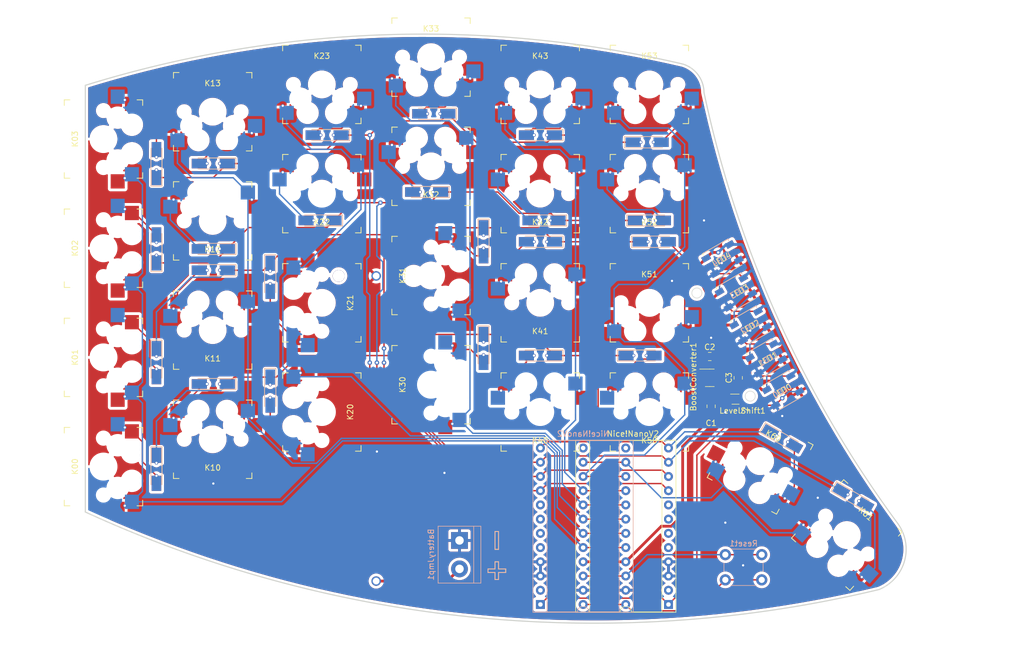
<source format=kicad_pcb>
(kicad_pcb (version 20211014) (generator pcbnew)
  (layers (0 "F.Cu" signal) (31 "B.Cu" signal) (34 "B.Paste" user) (35 "F.Paste" user) (36 "B.SilkS" user "B.Silkscreen") (37 "F.SilkS" user "F.Silkscreen") (38 "B.Mask" user) (39 "F.Mask" user) (44 "Edge.Cuts" user))
  (net 0 "")
  (net 1 "Net-(BoostConverter1-Pad1)")
  (net 2 "GND")
  (net 3 "/Peripheral 3.3V Supply")
  (net 4 "Net-(BoostConverter1-Pad4)")
  (net 5 "Net-(BoostConverter1-Pad6)")
  (net 6 "/LED 5V Supply")
  (net 7 "Row0")
  (net 8 "Net-(D00-Pad2)")
  (net 9 "Row1")
  (net 10 "Net-(D01-Pad2)")
  (net 11 "Row2")
  (net 12 "Net-(D02-Pad2)")
  (net 13 "Row3")
  (net 14 "Net-(D03-Pad2)")
  (net 15 "Net-(D10-Pad2)")
  (net 16 "Net-(D11-Pad2)")
  (net 17 "Net-(D12-Pad2)")
  (net 18 "Net-(D13-Pad2)")
  (net 19 "Net-(D20-Pad2)")
  (net 20 "Net-(D21-Pad2)")
  (net 21 "Net-(D22-Pad2)")
  (net 22 "Net-(D23-Pad2)")
  (net 23 "Net-(D30-Pad2)")
  (net 24 "Net-(D31-Pad2)")
  (net 25 "Net-(D32-Pad2)")
  (net 26 "Net-(D33-Pad2)")
  (net 27 "Net-(D40-Pad2)")
  (net 28 "Net-(D41-Pad2)")
  (net 29 "Net-(D42-Pad2)")
  (net 30 "Net-(D43-Pad2)")
  (net 31 "Net-(D50-Pad2)")
  (net 32 "Net-(D51-Pad2)")
  (net 33 "Net-(D52-Pad2)")
  (net 34 "Net-(D53-Pad2)")
  (net 35 "Net-(D60-Pad2)")
  (net 36 "Net-(D61-Pad2)")
  (net 37 "Col0")
  (net 38 "Col1")
  (net 39 "Col2")
  (net 40 "Col3")
  (net 41 "Col4")
  (net 42 "Col5")
  (net 43 "Col6")
  (net 44 "Net-(LED0-Pad2)")
  (net 45 "Net-(LED0-Pad4)")
  (net 46 "Net-(LED1-Pad4)")
  (net 47 "Net-(LED2-Pad4)")
  (net 48 "Net-(LED3-Pad4)")
  (net 50 "LED Control")
  (net 57 "Net-(Nice!NanoV2-Pad22)")
  (net 58 "Net-(BoostConverter1-Pad5)")
  (net 59 "Bat+")
  (net 60 "Net-(Battery1-Pad1)")
  (footprint "SVastaCustomParts:Kailh_socket_reversible" (layer "F.Cu") (at 145.56 84.765 -90)
    (fp_text reference "K31")
    (fp_text value "Key")
  )
  (footprint "SVastaCustomParts:D_MiniMELF_Handsoldering_Shorter_Pads_DoubleSided" (layer "F.Cu") (at 116.84 105.41 -90)
    (fp_text reference "D20" hide)
    (fp_text value "D" hide)
  )
  (footprint "SVastaCustomParts:Kailh_socket_reversible" (layer "F.Cu") (at 87.06 99.39 -90)
    (fp_text reference "K01")
    (fp_text value "Key")
  )
  (footprint "SVastaCustomParts:Kailh_socket_reversible" (layer "F.Cu") (at 87.06 60.39 -90)
    (fp_text reference "K03")
    (fp_text value "Key")
  )
  (footprint "SVastaCustomParts:Kailh_socket_reversible" (layer "F.Cu") (at 165.06 70.14)
    (fp_text reference "K42")
    (fp_text value "Key")
  )
  (footprint "LED_SMD:LED_Inolux_IN-PI554FCH_PLCC4_5.0x5.0mm_P3.2mm" (layer "F.Cu") (at 202.618013 93.769673 30)
    (fp_text reference "LED2")
    (fp_text value "IN-PI55QATPRPGPBPW-30")
  )
  (footprint "SVastaCustomParts:Kailh_socket_reversible" (layer "F.Cu") (at 106.56 94.515)
    (fp_text reference "K11")
    (fp_text value "Key")
  )
  (footprint "SVastaCustomParts:D_MiniMELF_Handsoldering_Shorter_Pads_DoubleSided" (layer "F.Cu") (at 144.78 69.85 180)
    (fp_text reference "D32" hide)
    (fp_text value "D" hide)
  )
  (footprint "SVastaCustomParts:Kailh_socket_reversible" (layer "F.Cu") (at 87.06 118.89 -90)
    (fp_text reference "K00")
    (fp_text value "Key")
  )
  (footprint "SVastaCustomParts:Kailh_socket_reversible" (layer "F.Cu") (at 204.337679 117.9258 152.19)
    (fp_text reference "K60")
    (fp_text value "Key")
  )
  (footprint "SVastaCustomParts:Kailh_socket_reversible" (layer "F.Cu") (at 145.56 65.265)
    (fp_text reference "K32")
    (fp_text value "Key")
  )
  (footprint "SVastaCustomParts:Kailh_socket_reversible" (layer "F.Cu") (at 106.56 114.015)
    (fp_text reference "K10")
    (fp_text value "Key")
  )
  (footprint "SVastaCustomParts:Kailh_socket_reversible" (layer "F.Cu") (at 165.06 50.64 180)
    (fp_text reference "K43")
    (fp_text value "Key")
  )
  (footprint "LED_SMD:LED_Inolux_IN-PI554FCH_PLCC4_5.0x5.0mm_P3.2mm" (layer "F.Cu") (at 200.010875 87.843094 30)
    (fp_text reference "LED3")
    (fp_text value "IN-PI55QATPRPGPBPW-30")
  )
  (footprint "SVastaCustomParts:D_MiniMELF_Handsoldering_Shorter_Pads_DoubleSided" (layer "F.Cu") (at 106.68 104.14 180)
    (fp_text reference "D10" hide)
    (fp_text value "D" hide)
  )
  (footprint "SVastaCustomParts:D_MiniMELF_Handsoldering_Shorter_Pads_DoubleSided" (layer "F.Cu") (at 106.68 83.82 180)
    (fp_text reference "D11" hide)
    (fp_text value "D" hide)
  )
  (footprint "SVastaCustomParts:D_MiniMELF_Handsoldering_Shorter_Pads_DoubleSided" (layer "F.Cu") (at 96.52 64.77 90)
    (fp_text reference "D03" hide)
    (fp_text value "D" hide)
  )
  (footprint "SVastaCustomParts:Kailh_socket_reversible" (layer "F.Cu") (at 126.06 89.64 90)
    (fp_text reference "K21")
    (fp_text value "Key")
  )
  (footprint "SVastaCustomParts:D_MiniMELF_Handsoldering_Shorter_Pads_DoubleSided" (layer "F.Cu") (at 165.1 99.06 180)
    (fp_text reference "D40" hide)
    (fp_text value "D" hide)
  )
  (footprint "SVastaCustomParts:Kailh_socket_reversible" (layer "F.Cu") (at 184.56 109.14)
    (fp_text reference "K50")
    (fp_text value "Key")
  )
  (footprint "SVastaCustomParts:Kailh_socket_reversible" (layer "F.Cu") (at 145.56 45.765 180)
    (fp_text reference "K33")
    (fp_text value "Key")
  )
  (footprint "SVastaCustomParts:D_MiniMELF_Handsoldering_Shorter_Pads_DoubleSided" (layer "F.Cu") (at 106.68 64.77 180)
    (fp_text reference "D13" hide)
    (fp_text value "D" hide)
  )
  (footprint "SVastaCustomParts:Kailh_socket_reversible" (layer "F.Cu") (at 219.815687 131.116682 138.22)
    (fp_text reference "K61")
    (fp_text value "Key")
  )
  (footprint "SVastaCustomParts:D_MiniMELF_Handsoldering_Shorter_Pads_DoubleSided" (layer "F.Cu") (at 220.98 124.46 -30)
    (fp_text reference "D61" hide)
    (fp_text value "D" hide)
  )
  (footprint "SVastaCustomParts:D_MiniMELF_Handsoldering_Shorter_Pads_DoubleSided" (layer "F.Cu") (at 106.68 80.01 180)
    (fp_text reference "D12" hide)
    (fp_text value "D" hide)
  )
  (footprint "SVastaCustomParts:D_MiniMELF_Handsoldering_Shorter_Pads_DoubleSided" (layer "F.Cu") (at 96.52 80.01 90)
    (fp_text reference "D02" hide)
    (fp_text value "D" hide)
  )
  (footprint "Capacitor_SMD:C_0805_2012Metric_Pad1.18x1.45mm_HandSolder" (layer "F.Cu") (at 195.58 108.119998 90)
    (fp_text reference "C1")
    (fp_text value "2.2uF")
  )
  (footprint "SVastaCustomParts:D_MiniMELF_Handsoldering_Shorter_Pads_DoubleSided" (layer "F.Cu") (at 125.73 74.93 180)
    (fp_text reference "D22" hide)
    (fp_text value "D" hide)
  )
  (footprint "LED_SMD:LED_Inolux_IN-PI554FCH_PLCC4_5.0x5.0mm_P3.2mm" (layer "F.Cu") (at 197.61 81.83 30)
    (fp_text reference "LED4")
    (fp_text value "IN-PI55QATPRPGPBPW-30")
  )
  (footprint "Capacitor_SMD:C_0805_2012Metric_Pad1.18x1.45mm_HandSolder" (layer "F.Cu") (at 195.34 99.229998)
    (fp_text reference "C2")
    (fp_text value "2.2uF")
  )
  (footprint "SVastaCustomParts:Kailh_socket_reversible" (layer "F.Cu") (at 184.56 89.64 180)
    (fp_text reference "K51")
    (fp_text value "Key")
  )
  (footprint "SVastaCustomParts:D_MiniMELF_Handsoldering_Shorter_Pads_DoubleSided" (layer "F.Cu") (at 96.52 119.38 -90)
    (fp_text reference "D00" hide)
    (fp_text value "D" hide)
  )
  (footprint "SVastaCustomParts:D_MiniMELF_Handsoldering_Shorter_Pads_DoubleSided" (layer "F.Cu") (at 116.84 85.09 -90)
    (fp_text reference "D21" hide)
    (fp_text value "D" hide)
  )
  (footprint "SVastaCustomParts:Kailh_socket_reversible" (layer "F.Cu") (at 126.06 70.14)
    (fp_text reference "K22")
    (fp_text value "Key")
  )
  (footprint "LED_SMD:LED_Inolux_IN-PI554FCH_PLCC4_5.0x5.0mm_P3.2mm" (layer "F.Cu") (at 205.4283 99.602664 30)
    (fp_text reference "LED1")
    (fp_text value "IN-PI55QATPRPGPBPW-30")
  )
  (footprint "Capacitor_SMD:C_0805_2012Metric_Pad1.18x1.45mm_HandSolder" (layer "F.Cu") (at 200.42 103.039998 -90)
    (fp_text reference "C3")
    (fp_text value "0.47uF")
  )
  (footprint "SVastaCustomParts:D_MiniMELF_Handsoldering_Shorter_Pads_DoubleSided" (layer "F.Cu") (at 165.1 59.69 180)
    (fp_text reference "D43" hide)
    (fp_text value "D" hide)
  )
  (footprint "SVastaCustomParts:D_MiniMELF_Handsoldering_Shorter_Pads_DoubleSided" (layer "F.Cu") (at 185.42 78.74)
    (fp_text reference "D51" hide)
    (fp_text value "D" hide)
  )
  (footprint "SVastaCustomParts:Kailh_socket_reversible" (layer "F.Cu") (at 184.56 50.64 180)
    (fp_text reference "K53")
    (fp_text value "Key")
  )
  (footprint "SVastaCustomParts:D_MiniMELF_Handsoldering_Shorter_Pads_DoubleSided" (layer "F.Cu") (at 184.56 74.93)
    (fp_text reference "D52" hide)
    (fp_text value "D" hide)
  )
  (footprint "SVastaCustomParts:D_MiniMELF_Handsoldering_Shorter_Pads_DoubleSided" (layer "F.Cu") (at 154.94 97.79 -90)
    (fp_text reference "D30" hide)
    (fp_text value "D" hide)
  )
  (footprint "SVastaCustomParts:D_MiniMELF_Handsoldering_Shorter_Pads_DoubleSided" (layer "F.Cu") (at 208.28 113.935 -30)
    (fp_text reference "D60" hide)
    (fp_text value "D" hide)
  )
  (footprint "SVastaCustomParts:Kailh_socket_reversible" (layer "F.Cu") (at 126.06 109.14 90)
    (fp_text reference "K20")
    (fp_text value "Key")
  )
  (footprint "Package_TO_SOT_SMD:SOT-23-6" (layer "F.Cu") (at 195.34 103.039998)
    (fp_text reference "BoostConverter1")
    (fp_text value "MP9361")
  )
  (footprint "Package_TO_SOT_SMD:SOT-563" (layer "F.Cu") (at 199.944022 106.849998)
    (fp_text reference "LevelShift1")
    (fp_text value "SN74LVC1T45DRL")
  )
  (footprint "SVastaCustomParts:Kailh_socket_reversible" (layer "F.Cu") (at 145.56 104.265 -90)
    (fp_text reference "K30")
    (fp_text value "Key")
  )
  (footprint "SVastaCustomParts:D_MiniMELF_Handsoldering_Shorter_Pads_DoubleSided" (layer "F.Cu") (at 127 59.69 180)
    (fp_text reference "D23" hide)
    (fp_text value "D" hide)
  )
  (footprint "Package_DIP:DIP-24_W15.24mm_Socket" (layer "F.Cu") (at 187.965 143.515 180)
    (fp_text reference "Nice!NanoV2")
    (fp_text value "Nice!Nano V2 Socket")
  )
  (footprint "SVastaCustomParts:D_MiniMELF_Handsoldering_Shorter_Pads_DoubleSided" (layer "F.Cu") (at 182.88 99.06)
    (fp_text reference "D50" hide)
    (fp_text value "D" hide)
  )
  (footprint "SVastaCustomParts:D_MiniMELF_Handsoldering_Shorter_Pads_DoubleSided" (layer "F.Cu") (at 184.15 60.96)
    (fp_text reference "D53" hide)
    (fp_text value "D" hide)
  )
  (footprint "LED_SMD:LED_Inolux_IN-PI554FCH_PLCC4_5.0x5.0mm_P3.2mm" (layer "F.Cu") (at 208.438384 105.335107 30)
    (fp_text reference "LED0")
    (fp_text value "IN-PI55QATPRPGPBPW-30")
  )
  (footprint "SVastaCustomParts:Kailh_socket_reversible" (layer "F.Cu") (at 165.06 109.14)
    (fp_text reference "K40")
    (fp_text value "Key")
  )
  (footprint "SVastaCustomParts:Kailh_socket_reversible" (layer "F.Cu") (at 184.56 70.14)
    (fp_text reference "K52")
    (fp_text value "Key")
  )
  (footprint "SVastaCustomParts:D_MiniMELF_Handsoldering_Shorter_Pads_DoubleSided" (layer "F.Cu") (at 165.1 78.74 180)
    (fp_text reference "D41" hide)
    (fp_text value "D" hide)
  )
  (footprint "SVastaCustomParts:D_MiniMELF_Handsoldering_Shorter_Pads_DoubleSided" (layer "F.Cu") (at 165.735 74.93 180)
    (fp_text reference "D42" hide)
    (fp_text value "D" hide)
  )
  (footprint "SVastaCustomParts:Kailh_socket_reversible" (layer "F.Cu") (at 87.06 79.89 -90)
    (fp_text reference "K02")
    (fp_text value "Key")
  )
  (footprint "SVastaCustomParts:Kailh_socket_reversible" (layer "F.Cu") (at 106.56 55.515 180)
    (fp_text reference "K13")
    (fp_text value "Key")
  )
  (footprint "SVastaCustomParts:Kailh_socket_reversible" (layer "F.Cu") (at 126.06 50.64 180)
    (fp_text reference "K23")
    (fp_text value "Key")
  )
  (footprint "SVastaCustomParts:D_MiniMELF_Handsoldering_Shorter_Pads_DoubleSided" (layer "F.Cu") (at 96.52 100.33 -90)
    (fp_text reference "D01" hide)
    (fp_text value "D" hide)
  )
  (footprint "SVastaCustomParts:Kailh_socket_reversible" (layer "F.Cu") (at 165.06 89.64)
    (fp_text reference "K41")
    (fp_text value "Key")
  )
  (footprint "SVastaCustomParts:Kailh_socket_reversible" (layer "F.Cu") (at 106.56 75.015)
    (fp_text reference "K12")
    (fp_text value "Key")
  )
  (footprint "SVastaCustomParts:D_MiniMELF_Handsoldering_Shorter_Pads_DoubleSided" (layer "F.Cu") (at 154.94 78.74 -90)
    (fp_text reference "D31" hide)
    (fp_text value "D" hide)
  )
  (footprint "SVastaCustomParts:D_MiniMELF_Handsoldering_Shorter_Pads_DoubleSided" (layer "F.Cu") (at 146.05 55.88 180)
    (fp_text reference "D33" hide)
    (fp_text value "D" hide)
  )
  (footprint "LED_SMD:LED_Inolux_IN-PI554FCH_PLCC4_5.0x5.0mm_P3.2mm" (layer "B.Cu") (at 208.438384 105.335109 -150)
    (fp_text reference "LED0")
    (fp_text value "IN-PI55QATPRPGPBPW-30")
  )
  (footprint "LED_SMD:LED_Inolux_IN-PI554FCH_PLCC4_5.0x5.0mm_P3.2mm" (layer "B.Cu") (at 205.4283 99.602664 -150)
    (fp_text reference "LED1")
    (fp_text value "IN-PI55QATPRPGPBPW-30")
  )
  (footprint "SVastaCustomParts:Battery Holder THT AA 1 Cell Keystone 1087" (layer "B.Cu") (at 135.763 112.086 -90)
    (fp_text reference "Battery1")
    (fp_text value "Battery_Cell")
  )
  (footprint "LED_SMD:LED_Inolux_IN-PI554FCH_PLCC4_5.0x5.0mm_P3.2mm" (layer "B.Cu") (at 202.618013 93.769673 -150)
    (fp_text reference "LED2")
    (fp_text value "IN-PI55QATPRPGPBPW-30")
  )
  (footprint "Button_Switch_THT:SW_PUSH_6mm" (layer "B.Cu") (at 204.62 134.62 180)
    (fp_text reference "Reset1")
    (fp_text value "SW_Push")
  )
  (footprint "TerminalBlock:TerminalBlock_bornier-2_P5.08mm" (layer "B.Cu") (at 150.642352 132.08 -90)
    (fp_text reference "BatteryJmp1")
    (fp_text value "Screw_Terminal_01x02")
  )
  (footprint "Package_DIP:DIP-24_W15.24mm_Socket" (layer "B.Cu") (at 165.095 143.515)
    (fp_text reference "Nice!NanoV2")
    (fp_text value "Nice!Nano V2 Socket")
  )
  (footprint "LED_SMD:LED_Inolux_IN-PI554FCH_PLCC4_5.0x5.0mm_P3.2mm" (layer "B.Cu") (at 197.61 81.83 -150)
    (fp_text reference "LED4")
    (fp_text value "IN-PI55QATPRPGPBPW-30")
  )
  (footprint "LED_SMD:LED_Inolux_IN-PI554FCH_PLCC4_5.0x5.0mm_P3.2mm" (layer "B.Cu") (at 200.010875 87.843094 -150)
    (fp_text reference "LED3")
    (fp_text value "IN-PI55QATPRPGPBPW-30")
  )
  (gr_line (start 158.897352 137.795) (end 158.897352 137.160001) (layer "B.SilkS") (width 0.15))
  (gr_line (start 157.627352 135.890001) (end 156.992352 135.890001) (layer "B.SilkS") (width 0.15))
  (gr_line (start 155.722352 137.160002) (end 155.722352 137.795001) (layer "B.SilkS") (width 0.15))
  (gr_line (start 156.992352 137.795002) (end 156.992352 139.065001) (layer "B.SilkS") (width 0.15))
  (gr_line (start 157.627352 133.667501) (end 157.627352 130.492501) (layer "B.SilkS") (width 0.15))
  (gr_line (start 157.627352 139.065001) (end 157.627353 137.795001) (layer "B.SilkS") (width 0.15))
  (gr_line (start 156.992353 133.667501) (end 157.627352 133.667501) (layer "B.SilkS") (width 0.15))
  (gr_line (start 156.992352 135.890001) (end 156.992352 137.160002) (layer "B.SilkS") (width 0.15))
  (gr_line (start 156.992352 137.160002) (end 155.722352 137.160002) (layer "B.SilkS") (width 0.15))
  (gr_line (start 157.627352 137.160002) (end 157.627352 135.890001) (layer "B.SilkS") (width 0.15))
  (gr_line (start 156.992352 130.492501) (end 156.992353 133.667501) (layer "B.SilkS") (width 0.15))
  (gr_line (start 155.722352 137.795001) (end 156.992352 137.795002) (layer "B.SilkS") (width 0.15))
  (gr_line (start 158.897352 137.160001) (end 157.627352 137.160002) (layer "B.SilkS") (width 0.15))
  (gr_line (start 157.627353 137.795001) (end 158.897352 137.795) (layer "B.SilkS") (width 0.15))
  (gr_line (start 156.992352 139.065001) (end 157.627352 139.065001) (layer "B.SilkS") (width 0.15))
  (gr_line (start 157.627352 130.492501) (end 156.992352 130.492501) (layer "B.SilkS") (width 0.15))
  (gr_line (start 156.992352 137.160002) (end 155.722352 137.160002) (layer "F.SilkS") (width 0.15))
  (gr_line (start 157.627353 137.795001) (end 158.897352 137.795) (layer "F.SilkS") (width 0.15))
  (gr_line (start 156.992353 133.667501) (end 157.627352 133.667501) (layer "F.SilkS") (width 0.15))
  (gr_line (start 155.722352 137.795001) (end 156.992352 137.795002) (layer "F.SilkS") (width 0.15))
  (gr_line (start 156.992352 139.065001) (end 157.627352 139.065001) (layer "F.SilkS") (width 0.15))
  (gr_line (start 157.627352 139.065001) (end 157.627353 137.795001) (layer "F.SilkS") (width 0.15))
  (gr_line (start 158.897352 137.160001) (end 157.627352 137.160002) (layer "F.SilkS") (width 0.15))
  (gr_line (start 156.992352 137.795002) (end 156.992352 139.065001) (layer "F.SilkS") (width 0.15))
  (gr_line (start 157.627352 130.492501) (end 156.992352 130.492501) (layer "F.SilkS") (width 0.15))
  (gr_line (start 157.627352 137.160002) (end 157.627352 135.890001) (layer "F.SilkS") (width 0.15))
  (gr_line (start 155.722352 137.160002) (end 155.722352 137.795001) (layer "F.SilkS") (width 0.15))
  (gr_line (start 158.897352 137.795) (end 158.897352 137.160001) (layer "F.SilkS") (width 0.15))
  (gr_line (start 156.992352 130.492501) (end 156.992353 133.667501) (layer "F.SilkS") (width 0.15))
  (gr_line (start 156.992352 135.890001) (end 156.992352 137.160002) (layer "F.SilkS") (width 0.15))
  (gr_line (start 157.627352 135.890001) (end 156.992352 135.890001) (layer "F.SilkS") (width 0.15))
  (gr_line (start 157.627352 133.667501) (end 157.627352 130.492501) (layer "F.SilkS") (width 0.15))
  (gr_arc (start 83.82 50.8) (mid 136.905957 41.781802) (end 190.5 46.99) (layer "Edge.Cuts") (width 0.2))
  (gr_arc (start 228.923763 129.055709) (mid 230.115926 135.773845) (end 225.557331 140.850637) (layer "Edge.Cuts") (width 0.2))
  (gr_circle (center 202.565 106.308025) (end 203.2 106.943025) (layer "Edge.Cuts") (width 0.1) (fill none))
  (gr_circle (center 193.04 87.893025) (end 193.675 88.528025) (layer "Edge.Cuts") (width 0.1) (fill none))
  (gr_arc (start 228.923763 129.055709) (mid 207.503124 92.412453) (end 194.31 52.07) (layer "Edge.Cuts") (width 0.2))
  (gr_arc (start 225.557331 140.850637) (mid 153.525531 145.827993) (end 83.82 127) (layer "Edge.Cuts") (width 0.2))
  (gr_line (start 83.82 50.8) (end 83.82 127) (layer "Edge.Cuts") (width 0.2))
  (gr_arc (start 190.5 46.99) (mid 193.241847 48.902365) (end 194.31 52.07) (layer "Edge.Cuts") (width 0.2))
  (segment (start 194.3025 101.989998) (end 194.2025 102.089998) (width 0.5) (layer "F.Cu") (net 1))
  (segment (start 194.3025 99.229998) (end 194.3025 101.989998) (width 0.5) (layer "F.Cu") (net 1))
  (segment (start 198.12 107.32402) (end 198.12 109.22) (width 0.25) (layer "F.Cu") (net 2))
  (segment (start 199.194022 106.849998) (end 198.594022 106.849998) (width 0.25) (layer "F.Cu") (net 2))
  (segment (start 198.594022 106.849998) (end 198.12 107.32402) (width 0.25) (layer "F.Cu") (net 2))
  (via (at 194.31 74.93) (size 0.8) (drill 0.4) (layers "F.Cu" "B.Cu") (net 2))
  (via (at 197.485 82.55) (size 0.8) (drill 0.4) (layers "F.Cu" "B.Cu") (net 2))
  (via (at 198.12 128.905) (size 0.8) (drill 0.4) (layers "F.Cu" "B.Cu") (net 2))
  (via (at 208.28 109.855) (size 0.8) (drill 0.4) (layers "F.Cu" "B.Cu") (net 2))
  (via (at 199.39 88.265) (size 0.8) (drill 0.4) (layers "F.Cu" "B.Cu") (net 2))
  (via (at 135.89 116.205) (size 0.8) (drill 0.4) (layers "F.Cu" "B.Cu") (net 2))
  (via (at 205.105 100.33) (size 0.8) (drill 0.4) (layers "F.Cu" "B.Cu") (net 2))
  (via (at 147.955 120.015) (size 0.8) (drill 0.4) (layers "F.Cu" "B.Cu") (net 2))
  (via (at 214.63 124.46) (size 0.8) (drill 0.4) (layers "F.Cu" "B.Cu") (net 2))
  (via (at 195.58 95.885) (size 0.8) (drill 0.4) (layers "F.Cu" "B.Cu") (net 2))
  (via (at 202.565 94.615) (size 0.8) (drill 0.4) (layers "F.Cu" "B.Cu") (net 2))
  (via (at 198.12 109.22) (size 0.8) (drill 0.4) (layers "F.Cu" "B.Cu") (net 2))
  (via (at 201.295 136.525) (size 0.8) (drill 0.4) (layers "F.Cu" "B.Cu") (net 2))
  (via (at 188.595 85.725) (size 0.8) (drill 0.4) (layers "F.Cu" "B.Cu") (net 2))
  (via (at 106.68 121.92) (size 0.8) (drill 0.4) (layers "F.Cu" "B.Cu") (net 2))
  (segment (start 172.725 135.895) (end 180.335 135.895) (width 0.5) (layer "F.Cu") (net 3))
  (segment (start 190.5 127.507076) (end 188.467076 129.54) (width 0.5) (layer "F.Cu") (net 3))
  (segment (start 186.69 129.54) (end 180.335 135.895) (width 0.5) (layer "F.Cu") (net 3))
  (segment (start 199.194022 106.349998) (end 199.863044 106.349998) (width 0.25) (layer "F.Cu") (net 3))
  (segment (start 190.5 115.267498) (end 190.5 127.507076) (width 0.5) (layer "F.Cu") (net 3))
  (segment (start 195.58 109.157498) (end 195.58 110.187498) (width 0.5) (layer "F.Cu") (net 3))
  (segment (start 199.863044 106.349998) (end 199.944022 106.430976) (width 0.25) (layer "F.Cu") (net 3))
  (segment (start 199.944022 106.430976) (end 199.944022 106.76902) (width 0.25) (layer "F.Cu") (net 3))
  (segment (start 200.025 106.849998) (end 200.694022 106.849998) (width 0.25) (layer "F.Cu") (net 3))
  (segment (start 195.58 110.187498) (end 190.5 115.267498) (width 0.5) (layer "F.Cu") (net 3))
  (segment (start 198.3875 106.349998) (end 199.194022 106.349998) (width 0.25) (layer "F.Cu") (net 3))
  (segment (start 188.467076 129.54) (end 186.69 129.54) (width 0.5) (layer "F.Cu") (net 3))
  (segment (start 194.2025 103.989998) (end 194.2025 107.779998) (width 0.5) (layer "F.Cu") (net 3))
  (segment (start 195.58 109.157498) (end 198.3875 106.349998) (width 0.25) (layer "F.Cu") (net 3))
  (segment (start 194.2025 107.779998) (end 195.58 109.157498) (width 0.5) (layer "F.Cu") (net 3))
  (segment (start 199.944022 106.76902) (end 200.025 106.849998) (width 0.25) (layer "F.Cu") (net 3))
  (segment (start 196.565 104.077498) (end 196.4775 103.989998) (width 0.25) (layer "F.Cu") (net 4))
  (segment (start 200.42 104.077498) (end 196.565 104.077498) (width 0.25) (layer "F.Cu") (net 4))
  (segment (start 200.3325 102.089998) (end 200.42 102.002498) (width 0.25) (layer "F.Cu") (net 5))
  (segment (start 196.4775 102.089998) (end 200.3325 102.089998) (width 0.25) (layer "F.Cu") (net 5))
  (segment (start 202.506538 103.030407) (end 202.506538 99.442023) (width 0.5) (layer "F.Cu") (net 6))
  (segment (start 194.688238 81.669359) (end 192.8 83.557597) (width 0.5) (layer "F.Cu") (net 6))
  (segment (start 195.701568 89.069998) (end 195.34 89.069998) (width 0.5) (layer "F.Cu") (net 6))
  (segment (start 205.516622 105.174466) (end 204.650597 105.174466) (width 0.5) (layer "F.Cu") (net 6))
  (segment (start 198.420966 93.609032) (end 197.88 94.149998) (width 0.5) (layer "F.Cu") (net 6))
  (segment (start 200.207975 99.442023) (end 202.506538 99.442023) (width 0.5) (layer "F.Cu") (net 6))
  (segment (start 203.090565 103.614435) (end 202.506538 103.030407) (width 0.5) (layer "F.Cu") (net 6))
  (segment (start 195.34 89.069998) (end 192.8 83.989998) (width 0.5) (layer "F.Cu") (net 6))
  (segment (start 200.42 99.229998) (end 199.996667 98.383331) (width 0.5) (layer "F.Cu") (net 6))
  (segment (start 199.996667 98.383331) (end 197.88 94.149998) (width 0.5) (layer "F.Cu") (net 6))
  (segment (start 196.85 80.645) (end 195.712597 80.645) (width 0.5) (layer "F.Cu") (net 6))
  (segment (start 200.632025 99.442023) (end 202.506538 99.442023) (width 0.5) (layer "F.Cu") (net 6))
  (segment (start 196.3775 99.229998) (end 196.589525 99.442023) (width 0.5) (layer "F.Cu") (net 6))
  (segment (start 192.8 83.557597) (end 192.8 83.989998) (width 0.5) (layer "F.Cu") (net 6))
  (segment (start 200.694022 106.010978) (end 203.090565 103.614435) (width 0.25) (layer "F.Cu") (net 6))
  (segment (start 196.589525 99.442023) (end 200.207975 99.442023) (width 0.5) (layer "F.Cu") (net 6))
  (segment (start 200.42 99.229998) (end 200.632025 99.442023) (width 0.5) (layer "F.Cu") (net 6))
  (segment (start 199.996667 99.230715) (end 200.207975 99.442023) (width 0.5) (layer "F.Cu") (net 6))
  (segment (start 197.089113 87.682453) (end 195.701568 89.069998) (width 0.5) (layer "F.Cu") (net 6))
  (segment (start 195.712597 80.645) (end 194.688238 81.669359) (width 0.5) (layer "F.Cu") (net 6))
  (segment (start 200.694022 106.349998) (end 200.694022 106.010978) (width 0.25) (layer "F.Cu") (net 6))
  (segment (start 197.88 94.149998) (end 195.34 89.069998) (width 0.5) (layer "F.Cu") (net 6))
  (segment (start 199.996667 98.383331) (end 199.996667 99.230715) (width 0.5) (layer "F.Cu") (net 6))
  (segment (start 199.696251 93.609032) (end 198.420966 93.609032) (width 0.5) (layer "F.Cu") (net 6))
  (segment (start 204.650597 105.174466) (end 203.090565 103.614435) (width 0.5) (layer "F.Cu") (net 6))
  (via (at 196.85 80.645) (size 0.8) (drill 0.4) (layers "F.Cu" "B.Cu") (net 6))
  (segment (start 198.931762 79.219359) (end 198.275641 79.219359) (width 0.5) (layer "B.Cu") (net 6))
  (segment (start 203.939775 91.159032) (end 204.866856 90.231951) (width 0.5) (layer "B.Cu") (net 6))
  (segment (start 198.931762 79.219359) (end 200.984481 79.219359) (width 0.5) (layer "B.Cu") (net 6))
  (segment (start 209.760146 102.724468) (end 210.82 101.664614) (width 0.5) (layer "B.Cu") (net 6))
  (segment (start 198.275641 79.219359) (end 196.85 80.645) (width 0.5) (layer "B.Cu") (net 6))
  (segment (start 208.28 96.52) (end 210.82 101.6) (width 0.5) (layer "B.Cu") (net 6))
  (segment (start 201.217561 79.452439) (end 203.076098 83.943902) (width 0.5) (layer "B.Cu") (net 6))
  (segment (start 203.076098 83.943902) (end 205.678049 90.231951) (width 0.5) (layer "B.Cu") (net 6))
  (segment (start 206.750062 96.992023) (end 207.807977 96.992023) (width 0.5) (layer "B.Cu") (net 6))
  (segment (start 210.82 101.664614) (end 210.82 101.6) (width 0.5) (layer "B.Cu") (net 6))
  (segment (start 201.332637 85.232453) (end 202.621188 83.943902) (width 0.5) (layer "B.Cu") (net 6))
  (segment (start 205.678049 90.231951) (end 208.28 96.52) (width 0.5) (layer "B.Cu") (net 6))
  (segment (start 200.984481 79.219359) (end 201.217561 79.452439) (width 0.5) (layer "B.Cu") (net 6))
  (segment (start 207.807977 96.992023) (end 208.28 96.52) (width 0.5) (layer "B.Cu") (net 6))
  (segment (start 202.621188 83.943902) (end 203.076098 83.943902) (width 0.5) (layer "B.Cu") (net 6))
  (segment (start 204.866856 90.231951) (end 205.678049 90.231951) (width 0.5) (layer "B.Cu") (net 6))
  (segment (start 173.29 99.06) (end 175.410489 101.180489) (width 0.25) (layer "F.Cu") (net 7))
  (segment (start 121.79 99.06) (end 138.43 99.06) (width 0.25) (layer "F.Cu") (net 7))
  (segment (start 175.410489 103.989511) (end 175.410489 101.180489) (width 0.25) (layer "F.Cu") (net 7))
  (segment (start 110.41 102.91) (end 109.18 104.14) (width 0.25) (layer "F.Cu") (net 7))
  (segment (start 175.410489 101.180489) (end 177.530978 99.06) (width 0.25) (layer "F.Cu") (net 7))
  (segment (start 187.965 115.575) (end 186.840489 114.450489) (width 0.25) (layer "F.Cu") (net 7))
  (segment (start 175.410489 114.149511) (end 175.410489 103.989511) (width 0.25) (layer "F.Cu") (net 7))
  (segment (start 142.2 95.29) (end 154.94 95.29) (width 0.25) (layer "F.Cu") (net 7))
  (segment (start 175.109511 114.450489) (end 166.219511 114.450489) (width 0.25) (layer "F.Cu") (net 7))
  (segment (start 117.94 102.91) (end 121.79 99.06) (width 0.25) (layer "F.Cu") (net 7))
  (segment (start 186.840489 114.450489) (end 175.410489 114.450489) (width 0.25) (layer "F.Cu") (net 7))
  (segment (start 167.6 99.06) (end 173.29 99.06) (width 0.25) (layer "F.Cu") (net 7))
  (segment (start 175.410489 114.450489) (end 175.109511 114.450489) (width 0.25) (layer "F.Cu") (net 7))
  (segment (start 177.530978 99.06) (end 180.38 99.06) (width 0.25) (layer "F.Cu") (net 7))
  (segment (start 138.43 99.06) (end 142.2 95.29) (width 0.25) (layer "F.Cu") (net 7))
  (segment (start 154.94 95.29) (end 163.83 95.29) (width 0.25) (layer "F.Cu") (net 7))
  (segment (start 116.84 102.91) (end 110.41 102.91) (width 0.25) (layer "F.Cu") (net 7))
  (segment (start 175.410489 114.149511) (end 175.410489 114.450489) (width 0.25) (layer "F.Cu") (net 7))
  (segment (start 116.84 102.91) (end 117.94 102.91) (width 0.25) (layer "F.Cu") (net 7))
  (segment (start 166.219511 114.450489) (end 165.095 115.575) (width 0.25) (layer "F.Cu") (net 7))
  (segment (start 163.83 95.29) (end 167.6 99.06) (width 0.25) (layer "F.Cu") (net 7))
  (segment (start 190.855 112.685) (end 187.965 115.575) (width 0.25) (layer "B.Cu") (net 7))
  (segment (start 96.52 116.88) (end 96.52 110.780978) (width 0.25) (layer "B.Cu") (net 7))
  (segment (start 206.114936 112.685) (end 190.855 112.685) (width 0.25) (layer "B.Cu") (net 7))
  (segment (start 108.005489 105.314511) (end 109.18 104.14) (width 0.25) (layer "B.Cu") (net 7))
  (segment (start 101.986467 105.314511) (end 108.005489 105.314511) (width 0.25) (layer "B.Cu") (net 7))
  (segment (start 96.52 110.780978) (end 101.986467 105.314511) (width 0.25) (layer "B.Cu") (net 7))
  (segment (start 94.014521 114.474521) (end 94.014521 118.024521) (width 0.25) (layer "F.Cu") (net 8))
  (segment (start 92.14 112.6) (end 94.014521 114.474521) (width 0.25) (layer "F.Cu") (net 8))
  (segment (start 94.014521 118.024521) (end 96.52 120.53) (width 0.25) (layer "F.Cu") (net 8))
  (segment (start 137.16 104.14) (end 137.16 100.33) (width 0.25) (layer "F.Cu") (net 9))
  (segment (start 165.095 118.115) (end 151.135 118.115) (width 0.25) (layer "F.Cu") (net 9))
  (segment (start 187.965 118.115) (end 186.840489 116.990489) (width 0.25) (layer "F.Cu") (net 9))
  (segment (start 115.61 83.82) (end 116.84 82.59) (width 0.25) (layer "F.Cu") (net 9))
  (segment (start 138.39 76.24) (end 154.94 76.24) (width 0.25) (layer "F.Cu") (net 9))
  (segment (start 139.7 106.68) (end 137.16 104.14) (width 0.25) (layer "F.Cu") (net 9))
  (segment (start 167.6 78.74) (end 182.92 78.74) (width 0.25) (layer "F.Cu") (net 9))
  (segment (start 121.96 77.47) (end 137.16 77.47) (width 0.25) (layer "F.Cu") (net 9))
  (segment (start 166.219511 116.990489) (end 165.095 118.115) (width 0.25) (layer "F.Cu") (net 9))
  (segment (start 137.16 77.47) (end 138.39 76.24) (width 0.25) (layer "F.Cu") (net 9))
  (segment (start 165.1 76.24) (end 167.6 78.74) (width 0.25) (layer "F.Cu") (net 9))
  (segment (start 154.94 76.24) (end 165.1 76.24) (width 0.25) (layer "F.Cu") (net 9))
  (segment (start 137.16 97.79) (end 137.16 77.47) (width 0.25) (layer "F.Cu") (net 9))
  (segment (start 186.840489 116.990489) (end 166.219511 116.990489) (width 0.25) (layer "F.Cu") (net 9))
  (segment (start 109.18 83.82) (end 115.61 83.82) (width 0.25) (layer "F.Cu") (net 9))
  (segment (start 116.84 82.59) (end 121.96 77.47) (width 0.25) (layer "F.Cu") (net 9))
  (segment (start 151.135 118.115) (end 139.7 106.68) (width 0.25) (layer "F.Cu") (net 9))
  (via (at 137.16 100.33) (size 0.8) (drill 0.4) (layers "F.Cu" "B.Cu") (net 9))
  (via (at 137.16 97.79) (size 0.8) (drill 0.4) (layers "F.Cu" "B.Cu") (net 9))
  (segment (start 96.52 91.280978) (end 102.710978 85.09) (width 0.25) (layer "B.Cu") (net 9))
  (segment (start 191.78 114.3) (end 187.965 118.115) (width 0.25) (layer "B.Cu") (net 9))
  (segment (start 102.710978 85.09) (end 107.91 85.09) (width 0.25) (layer "B.Cu") (net 9))
  (segment (start 107.91 85.09) (end 109.18 83.82) (width 0.25) (layer "B.Cu") (net 9))
  (segment (start 96.52 97.83) (end 96.52 91.280978) (width 0.25) (layer "B.Cu") (net 9))
  (segment (start 203.2 114.3) (end 191.78 114.3) (width 0.25) (layer "B.Cu") (net 9))
  (segment (start 137.16 100.33) (end 137.16 97.79) (width 0.25) (layer "B.Cu") (net 9))
  (segment (start 218.814936 123.21) (end 203.2 114.3) (width 0.25) (layer "B.Cu") (net 9))
  (segment (start 95.345489 96.305489) (end 95.345489 100.305489) (width 0.25) (layer "F.Cu") (net 10))
  (segment (start 92.14 93.1) (end 95.345489 96.305489) (width 0.25) (layer "F.Cu") (net 10))
  (segment (start 95.345489 100.305489) (end 96.52 101.48) (width 0.25) (layer "F.Cu") (net 10))
  (segment (start 153.039283 120.655) (end 165.095 120.655) (width 0.25) (layer "F.Cu") (net 11))
  (segment (start 135.89 103.505717) (end 153.039283 120.655) (width 0.25) (layer "F.Cu") (net 11))
  (segment (start 128.23 74.93) (end 126.96 76.2) (width 0.25) (layer "F.Cu") (net 11))
  (segment (start 136.525 71.755) (end 145.375 71.755) (width 0.25) (layer "F.Cu") (net 11))
  (segment (start 126.96 76.2) (end 112.99 76.2) (width 0.25) (layer "F.Cu") (net 11))
  (segment (start 131.405 71.755) (end 128.23 74.93) (width 0.25) (layer "F.Cu") (net 11))
  (segment (start 112.99 76.2) (end 109.18 80.01) (width 0.25) (layer "F.Cu") (net 11))
  (segment (start 161.29 73.66) (end 157.48 69.85) (width 0.25) (layer "F.Cu") (net 11))
  (segment (start 136.525 71.755) (end 131.405 71.755) (width 0.25) (layer "F.Cu") (net 11))
  (segment (start 166.219511 119.530489) (end 165.095 120.655) (width 0.25) (layer "F.Cu") (net 11))
  (segment (start 187.965 120.655) (end 186.840489 119.530489) (width 0.25) (layer "F.Cu") (net 11))
  (segment (start 106.68 82.51) (end 109.18 80.01) (width 0.25) (layer "F.Cu") (net 11))
  (segment (start 135.89 100.33) (end 135.89 103.505717) (width 0.25) (layer "F.Cu") (net 11))
  (segment (start 186.840489 119.530489) (end 166.219511 119.530489) (width 0.25) (layer "F.Cu") (net 11))
  (segment (start 182.06 74.93) (end 168.235 74.93) (width 0.25) (layer "F.Cu") (net 11))
  (segment (start 166.965 73.66) (end 161.29 73.66) (width 0.25) (layer "F.Cu") (net 11))
  (segment (start 96.52 82.51) (end 106.68 82.51) (width 0.25) (layer "F.Cu") (net 11))
  (segment (start 145.375 71.755) (end 147.28 69.85) (width 0.25) (layer "F.Cu") (net 11))
  (segment (start 157.48 69.85) (end 147.28 69.85) (width 0.25) (layer "F.Cu") (net 11))
  (segment (start 168.235 74.93) (end 166.965 73.66) (width 0.25) (layer "F.Cu") (net 11))
  (via (at 135.89 100.33) (size 0.8) (drill 0.4) (layers "F.Cu" "B.Cu") (net 11))
  (via (at 136.525 71.755) (size 0.8) (drill 0.4) (layers "F.Cu" "B.Cu") (net 11))
  (segment (start 136.937511 82.327511) (end 136.937511 87.217489) (width 0.25) (layer "B.Cu") (net 11))
  (segment (start 136.937511 87.217489) (end 135.89 88.265) (width 0.25) (layer "B.Cu") (net 11))
  (segment (start 135.89 100.33) (end 135.89 88.265) (width 0.25) (layer "B.Cu") (net 11))
  (segment (start 135.89 81.28) (end 135.89 72.39) (width 0.25) (layer "B.Cu") (net 11))
  (segment (start 135.89 81.28) (end 136.937511 82.327511) (width 0.25) (layer "B.Cu") (net 11))
  (segment (start 135.89 72.39) (end 136.525 71.755) (width 0.25) (layer "B.Cu") (net 11))
  (segment (start 92.61 73.6) (end 96.52 77.51) (width 0.25) (layer "F.Cu") (net 12))
  (segment (start 92.14 73.6) (end 92.61 73.6) (width 0.25) (layer "F.Cu") (net 12))
  (segment (start 129.5 59.69) (end 134.62 59.69) (width 0.25) (layer "F.Cu") (net 13))
  (segment (start 173.99 59.69) (end 175.26 60.96) (width 0.25) (layer "F.Cu") (net 13))
  (segment (start 153.63 60.96) (end 148.55 55.88) (width 0.25) (layer "F.Cu") (net 13))
  (segment (start 187.965 123.195) (end 186.69 121.92) (width 0.25) (layer "F.Cu") (net 13))
  (segment (start 109.18 64.77) (end 115.57 64.77) (width 0.25) (layer "F.Cu") (net 13))
  (segment (start 126.96 62.23) (end 129.5 59.69) (width 0.25) (layer "F.Cu") (net 13))
  (segment (start 186.69 121.92) (end 166.37 121.92) (width 0.25) (layer "F.Cu") (net 13))
  (segment (start 154.943566 123.195) (end 165.095 123.195) (width 0.25) (layer "F.Cu") (net 13))
  (segment (start 134.62 102.871434) (end 154.943566 123.195) (width 0.25) (layer "F.Cu") (net 13))
  (segment (start 115.57 64.77) (end 118.11 62.23) (width 0.25) (layer "F.Cu") (net 13))
  (segment (start 134.62 100.33) (end 134.62 102.871434) (width 0.25) (layer "F.Cu") (net 13))
  (segment (start 167.6 59.69) (end 173.99 59.69) (width 0.25) (layer "F.Cu") (net 13))
  (segment (start 134.62 59.69) (end 137.16 57.15) (width 0.25) (layer "F.Cu") (net 13))
  (segment (start 118.11 62.23) (end 126.96 62.23) (width 0.25) (layer "F.Cu") (net 13))
  (segment (start 96.52 67.27) (end 106.68 67.27) (width 0.25) (layer "F.Cu") (net 13))
  (segment (start 175.26 60.96) (end 181.65 60.96) (width 0.25) (layer "F.Cu") (net 13))
  (segment (start 166.33 60.96) (end 153.63 60.96) (width 0.25) (layer "F.Cu") (net 13))
  (segment (start 137.16 57.15) (end 147.28 57.15) (width 0.25) (layer "F.Cu") (net 13))
  (segment (start 147.28 57.15) (end 148.55 55.88) (width 0.25) (layer "F.Cu") (net 13))
  (segment (start 106.68 67.27) (end 109.18 64.77) (width 0.25) (layer "F.Cu") (net 13))
  (segment (start 167.6 59.69) (end 166.33 60.96) (width 0.25) (layer "F.Cu") (net 13))
  (segment (start 166.37 121.92) (end 165.095 123.195) (width 0.25) (layer "F.Cu") (net 13))
  (via (at 134.62 100.33) (size 0.8) (drill 0.4) (layers "F.Cu" "B.Cu") (net 13))
  (via (at 134.62 59.69) (size 0.8) (drill 0.4) (layers "F.Cu" "B.Cu") (net 13))
  (segment (start 134.62 81.28) (end 134.080489 81.819511) (width 0.25) (layer "B.Cu") (net 13))
  (segment (start 134.62 59.69) (end 134.62 81.28) (width 0.25) (layer "B.Cu") (net 13))
  (segment (start 134.62 88.265) (end 134.62 100.33) (width 0.25) (layer "B.Cu") (net 13))
  (segment (start 134.080489 87.725489) (end 134.62 88.265) (width 0.25) (layer "B.Cu") (net 13))
  (segment (start 134.080489 81.819511) (end 134.080489 87.725489) (width 0.25) (layer "B.Cu") (net 13))
  (segment (start 92.14 54.1) (end 92.14 54.369022) (width 0.25) (layer "F.Cu") (net 14))
  (segment (start 96.52 58.749022) (end 96.52 62.27) (width 0.25) (layer "F.Cu") (net 14))
  (segment (start 92.14 54.369022) (end 96.52 58.749022) (width 0.25) (layer "F.Cu") (net 14))
  (segment (start 100.27 108.935) (end 104.18 105.025) (width 0.25) (layer "F.Cu") (net 15))
  (segment (start 104.18 105.025) (end 104.18 104.14) (width 0.25) (layer "F.Cu") (net 15))
  (segment (start 100.27 87.73) (end 104.18 83.82) (width 0.25) (layer "F.Cu") (net 16))
  (segment (start 100.27 89.435) (end 100.27 87.73) (width 0.25) (layer "F.Cu") (net 16))
  (segment (start 99 72.475) (end 99 74.83) (width 0.25) (layer "B.Cu") (net 17))
  (segment (start 99 74.83) (end 104.18 80.01) (width 0.25) (layer "B.Cu") (net 17))
  (segment (start 112.85 60.595) (end 110.975479 62.469521) (width 0.25) (layer "F.Cu") (net 18))
  (segment (start 110.975479 62.469521) (end 106.480479 62.469521) (width 0.25) (layer "F.Cu") (net 18))
  (segment (start 106.480479 62.469521) (end 104.18 64.77) (width 0.25) (layer "F.Cu") (net 18))
  (segment (start 120.98 115.43) (end 116.84 111.29) (width 0.25) (layer "F.Cu") (net 19))
  (segment (start 116.84 111.29) (end 116.84 107.91) (width 0.25) (layer "F.Cu") (net 19))
  (segment (start 116.84 87.59) (end 116.84 91.79) (width 0.25) (layer "F.Cu") (net 20))
  (segment (start 116.84 91.79) (end 120.98 95.93) (width 0.25) (layer "F.Cu") (net 20))
  (segment (start 118.5 70.2) (end 123.23 74.93) (width 0.25) (layer "B.Cu") (net 21))
  (segment (start 118.5 67.6) (end 118.5 70.2) (width 0.25) (layer "B.Cu") (net 21))
  (segment (start 125.674511 58.515489) (end 129.554511 58.515489) (width 0.25) (layer "F.Cu") (net 22))
  (segment (start 129.554511 58.515489) (end 132.35 55.72) (width 0.25) (layer "F.Cu") (net 22))
  (segment (start 124.5 59.69) (end 125.674511 58.515489) (width 0.25) (layer "F.Cu") (net 22))
  (segment (start 152.625 97.975) (end 154.94 100.29) (width 0.25) (layer "F.Cu") (net 23))
  (segment (start 150.64 97.975) (end 152.625 97.975) (width 0.25) (layer "F.Cu") (net 23))
  (segment (start 153.405 81.24) (end 150.64 78.475) (width 0.25) (layer "F.Cu") (net 24))
  (segment (start 154.94 81.24) (end 153.405 81.24) (width 0.25) (layer "F.Cu") (net 24))
  (segment (start 138 64.518008) (end 142.28 68.798008) (width 0.25) (layer "B.Cu") (net 25))
  (segment (start 138 62.725) (end 138 64.518008) (width 0.25) (layer "B.Cu") (net 25))
  (segment (start 142.28 68.798008) (end 142.28 69.85) (width 0.25) (layer "B.Cu") (net 25))
  (segment (start 144.724511 54.705489) (end 147.989511 54.705489) (width 0.25) (layer "F.Cu") (net 26))
  (segment (start 147.989511 54.705489) (end 151.85 50.845) (width 0.25) (layer "F.Cu") (net 26))
  (segment (start 143.55 55.88) (end 144.724511 54.705489) (width 0.25) (layer "F.Cu") (net 26))
  (segment (start 162.6 100.23) (end 158.77 104.06) (width 0.25) (layer "F.Cu") (net 27))
  (segment (start 162.6 99.06) (end 162.6 100.23) (width 0.25) (layer "F.Cu") (net 27))
  (segment (start 158.77 82.57) (end 162.6 78.74) (width 0.25) (layer "F.Cu") (net 28))
  (segment (start 158.77 84.56) (end 158.77 82.57) (width 0.25) (layer "F.Cu") (net 28))
  (segment (start 157.5 67.6) (end 157.5 69.393008) (width 0.25) (layer "B.Cu") (net 29))
  (segment (start 157.5 69.393008) (end 163.036992 74.93) (width 0.25) (layer "B.Cu") (net 29))
  (segment (start 163.036992 74.93) (end 163.235 74.93) (width 0.25) (layer "B.Cu") (net 29))
  (segment (start 162.6 59.69) (end 163.774511 58.515489) (width 0.25) (layer "F.Cu") (net 30))
  (segment (start 163.774511 58.515489) (end 168.554511 58.515489) (width 0.25) (layer "F.Cu") (net 30))
  (segment (start 168.554511 58.515489) (end 171.35 55.72) (width 0.25) (layer "F.Cu") (net 30))
  (segment (start 184.755489 99.684511) (end 185.38 99.06) (width 0.25) (layer "F.Cu") (net 31))
  (segment (start 178.27 104.06) (end 182.645489 99.684511) (width 0.25) (layer "F.Cu") (net 31))
  (segment (start 182.645489 99.684511) (end 184.755489 99.684511) (width 0.25) (layer "F.Cu") (net 31))
  (segment (start 190.865421 81.685421) (end 187.92 78.74) (width 0.25) (layer "F.Cu") (net 32))
  (segment (start 190.865421 94.704579) (end 190.865421 81.685421) (width 0.25) (layer "F.Cu") (net 32))
  (segment (start 190.85 94.72) (end 190.865421 94.704579) (width 0.25) (layer "F.Cu") (net 32))
  (segment (start 180.631992 73.025) (end 185.155 73.025) (width 0.25) (layer "B.Cu") (net 33))
  (segment (start 185.155 73.025) (end 187.06 74.93) (width 0.25) (layer "B.Cu") (net 33))
  (segment (start 177 69.393008) (end 180.631992 73.025) (width 0.25) (layer "B.Cu") (net 33))
  (segment (start 177 67.6) (end 177 69.393008) (width 0.25) (layer "B.Cu") (net 33))
  (segment (start 190.85 56.76) (end 190.85 55.72) (width 0.25) (layer "F.Cu") (net 34))
  (segment (start 186.65 60.96) (end 190.85 56.76) (width 0.25) (layer "F.Cu") (net 34))
  (segment (start 210.445064 122.43969) (end 210.445064 115.185) (width 0.25) (layer "F.Cu") (net 35))
  (segment (start 207.531153 125.353601) (end 210.445064 122.43969) (width 0.25) (layer "F.Cu") (net 35))
  (segment (start 224.829308 136.979405) (end 224.829308 127.394244) (width 0.25) (layer "B.Cu") (net 36))
  (segment (start 223.760913 138.0478) (end 224.829308 136.979405) (width 0.25) (layer "B.Cu") (net 36))
  (segment (start 224.829308 127.394244) (end 223.145064 125.71) (width 0.25) (layer "B.Cu") (net 36))
  (segment (start 172.725 133.355) (end 180.335 133.355) (width 0.25) (layer "F.Cu") (net 37))
  (segment (start 94.014521 107.554521) (end 92.14 105.68) (width 0.25) (layer "B.Cu") (net 37))
  (segment (start 167.64 128.27) (end 167.64 116.5297) (width 0.25) (layer "B.Cu") (net 37))
  (segment (start 94.014521 103.805479) (end 94.014521 88.054521) (width 0.25) (layer "B.Cu") (net 37))
  (segment (start 94.014521 84.305479) (end 94.014521 68.554521) (width 0.25) (layer "B.Cu") (net 37))
  (segment (start 94.014521 88.054521) (end 92.14 86.18) (width 0.25) (layer "B.Cu") (net 37))
  (segment (start 165.4103 114.3) (end 129.72974 114.3) (width 0.25) (layer "B.Cu") (net 37))
  (segment (start 118.84974 125.18) (end 92.14 125.18) (width 0.25) (layer "B.Cu") (net 37))
  (segment (start 129.72974 114.3) (end 118.84974 125.18) (width 0.25) (layer "B.Cu") (net 37))
  (segment (start 167.64 116.5297) (end 165.4103 114.3) (width 0.25) (layer "B.Cu") (net 37))
  (segment (start 94.014521 123.305479) (end 94.014521 107.554521) (width 0.25) (layer "B.Cu") (net 37))
  (segment (start 92.14 125.18) (end 94.014521 123.305479) (width 0.25) (layer "B.Cu") (net 37))
  (segment (start 94.014521 68.554521) (end 92.14 66.68) (width 0.25) (layer "B.Cu") (net 37))
  (segment (start 92.14 105.68) (end 94.014521 103.805479) (width 0.25) (layer "B.Cu") (net 37))
  (segment (start 92.14 86.18) (end 94.014521 84.305479) (width 0.25) (layer "B.Cu") (net 37))
  (segment (start 172.725 133.355) (end 167.64 128.27) (width 0.25) (layer "B.Cu") (net 37))
  (segment (start 172.725 130.815) (end 180.335 130.815) (width 0.25) (layer "F.Cu") (net 38))
  (segment (start 110.225 67.31) (end 112.85 69.935) (width 0.25) (layer "B.Cu") (net 38))
  (segment (start 112.865421 89.450421) (end 112.85 89.435) (width 0.25) (layer "B.Cu") (net 38))
  (segment (start 112.85 69.935) (end 112.865421 69.950421) (width 0.25) (layer "B.Cu") (net 38))
  (segment (start 112.865421 69.950421) (end 112.865421 89.419579) (width 0.25) (layer "B.Cu") (net 38))
  (segment (start 112.85 110.31) (end 112.85 108.935) (width 0.25) (layer "B.Cu") (net 38))
  (segment (start 168.08952 116.343503) (end 165.596497 113.85048) (width 0.25) (layer "B.Cu") (net 38))
  (segment (start 129.543542 113.85048) (end 125.094511 118.299511) (width 0.25) (layer "B.Cu") (net 38))
  (segment (start 168.08952 126.17952) (end 168.08952 116.343503) (width 0.25) (layer "B.Cu") (net 38))
  (segment (start 102.87 67.31) (end 110.225 67.31) (width 0.25) (layer "B.Cu") (net 38))
  (segment (start 125.094511 118.299511) (end 120.839511 118.299511) (width 0.25) (layer "B.Cu") (net 38))
  (segment (start 112.865421 89.419579) (end 112.85 89.435) (width 0.25) (layer "B.Cu") (net 38))
  (segment (start 100.27 64.71) (end 102.87 67.31) (width 0.25) (layer "B.Cu") (net 38))
  (segment (start 172.725 130.815) (end 168.08952 126.17952) (width 0.25) (layer "B.Cu") (net 38))
  (segment (start 112.85 108.935) (end 112.865421 108.919579) (width 0.25) (layer "B.Cu") (net 38))
  (segment (start 100.27 60.595) (end 100.27 64.71) (width 0.25) (layer "B.Cu") (net 38))
  (segment (start 112.865421 108.919579) (end 112.865421 89.450421) (width 0.25) (layer "B.Cu") (net 38))
  (segment (start 165.596497 113.85048) (end 129.543542 113.85048) (width 0.25) (layer "B.Cu") (net 38))
  (segment (start 120.839511 118.299511) (end 112.85 110.31) (width 0.25) (layer "B.Cu") (net 38))
  (segment (start 172.725 128.275) (end 180.335 128.275) (width 0.25) (layer "F.Cu") (net 39))
  (segment (start 168.53904 124.08904) (end 168.53904 116.157306) (width 0.25) (layer "B.Cu") (net 39))
  (segment (start 119.77 55.72) (end 119.77 57.809022) (width 0.25) (layer "B.Cu") (net 39))
  (segment (start 120.98 102.85) (end 120.995421 102.834579) (width 0.25) (layer "B.Cu") (net 39))
  (segment (start 120.98 102.85) (end 119.105479 100.975479) (width 0.25) (layer "B.Cu") (net 39))
  (segment (start 124.190978 62.23) (end 129.52 62.23) (width 0.25) (layer "B.Cu") (net 39))
  (segment (start 133.045 72.964022) (end 133.045 66.33) (width 0.25) (layer "B.Cu") (net 39))
  (segment (start 131.302659 102.834579) (end 141.86904 113.40096) (width 0.25) (layer "B.Cu") (net 39))
  (segment (start 119.77 57.809022) (end 124.190978 62.23) (width 0.25) (layer "B.Cu") (net 39))
  (segment (start 129.52 62.23) (end 132.35 65.06) (width 0.25) (layer "B.Cu") (net 39))
  (segment (start 168.53904 116.157306) (end 165.782694 113.40096) (width 0.25) (layer "B.Cu") (net 39))
  (segment (start 120.98 83.35) (end 122.659022 83.35) (width 0.25) (layer "B.Cu") (net 39))
  (segment (start 119.105479 85.224521) (end 120.98 83.35) (width 0.25) (layer "B.Cu") (net 39))
  (segment (start 120.995421 102.834579) (end 131.302659 102.834579) (width 0.25) (layer "B.Cu") (net 39))
  (segment (start 119.105479 100.975479) (end 119.105479 85.224521) (width 0.25) (layer "B.Cu") (net 39))
  (segment (start 165.782694 113.40096) (end 141.86904 113.40096) (width 0.25) (layer "B.Cu") (net 39))
  (segment (start 172.725 128.275) (end 168.53904 124.08904) (width 0.25) (layer "B.Cu") (net 39))
  (segment (start 122.659022 83.35) (end 133.045 72.964022) (width 0.25) (layer "B.Cu") (net 39))
  (segment (start 172.725 125.735) (end 180.335 125.735) (width 0.25) (layer "F.Cu") (net 40))
  (segment (start 168.98856 115.971109) (end 165.968891 112.95144) (width 0.25) (layer "B.Cu") (net 40))
  (segment (start 172.725 125.735) (end 168.98856 121.99856) (width 0.25) (layer "B.Cu") (net 40))
  (segment (start 152.514521 89.180479) (end 152.514521 60.849521) (width 0.25) (layer "B.Cu") (net 40))
  (segment (start 150.64 91.055) (end 152.514521 89.180479) (width 0.25) (layer "B.Cu") (net 40))
  (segment (start 152.514521 92.929521) (end 152.514521 108.680479) (width 0.25) (layer "B.Cu") (net 40))
  (segment (start 141.970978 57.15) (end 148.815 57.15) (width 0.25) (layer "B.Cu") (net 40))
  (segment (start 152.514521 108.680479) (end 150.64 110.555) (width 0.25) (layer "B.Cu") (net 40))
  (segment (start 139.27 50.845) (end 139.27 54.449022) (width 0.25) (layer "B.Cu") (net 40))
  (segment (start 150.64 91.055) (end 152.514521 92.929521) (width 0.25) (layer "B.Cu") (net 40))
  (segment (start 168.98856 121.99856) (end 168.98856 115.971109) (width 0.25) (layer "B.Cu") (net 40))
  (segment (start 153.03644 112.95144) (end 150.64 110.555) (width 0.25) (layer "B.Cu") (net 40))
  (segment (start 139.27 54.449022) (end 141.970978 57.15) (width 0.25) (layer "B.Cu") (net 40))
  (segment (start 148.815 57.15) (end 151.85 60.185) (width 0.25) (layer "B.Cu") (net 40))
  (segment (start 165.968891 112.95144) (end 153.03644 112.95144) (width 0.25) (layer "B.Cu") (net 40))
  (segment (start 152.514521 60.849521) (end 151.85 60.185) (width 0.25) (layer "B.Cu") (net 40))
  (segment (start 172.725 123.195) (end 180.335 123.195) (width 0.25) (layer "F.Cu") (net 41))
  (segment (start 158.77 55.72) (end 158.77 58.709022) (width 0.25) (layer "B.Cu") (net 41))
  (segment (start 171.365421 104.075421) (end 171.35 104.06) (width 0.25) (layer "B.Cu") (net 41))
  (segment (start 171.365421 65.075421) (end 171.365421 84.544579) (width 0.25) (layer "B.Cu") (net 41))
  (segment (start 171.35 65.06) (end 171.365421 65.075421) (width 0.25) (layer "B.Cu") (net 41))
  (segment (start 171.35 84.56) (end 171.365421 84.575421) (width 0.25) (layer "B.Cu") (net 41))
  (segment (start 162.290978 62.23) (end 168.52 62.23) (width 0.25) (layer "B.Cu") (net 41))
  (segment (start 171.365421 84.544579) (end 171.35 84.56) (width 0.25) (layer "B.Cu") (net 41))
  (segment (start 168.52 62.23) (end 171.35 65.06) (width 0.25) (layer "B.Cu") (net 41))
  (segment (start 158.77 58.709022) (end 162.290978 62.23) (width 0.25) (layer "B.Cu") (net 41))
  (segment (start 171.365421 104.044579) (end 171.35 104.06) (width 0.25) (layer "B.Cu") (net 41))
  (segment (start 171.365421 110.574579) (end 171.365421 104.075421) (width 0.25) (layer "B.Cu") (net 41))
  (segment (start 171.365421 84.575421) (end 171.365421 104.044579) (width 0.25) (layer "B.Cu") (net 41))
  (segment (start 169.43808 112.50192) (end 171.365421 110.574579) (width 0.25) (layer "B.Cu") (net 41))
  (segment (start 172.725 123.195) (end 169.43808 119.90808) (width 0.25) (layer "B.Cu") (net 41))
  (segment (start 169.43808 119.90808) (end 169.43808 112.50192) (width 0.25) (layer "B.Cu") (net 41))
  (segment (start 172.725 120.655) (end 180.335 120.655) (width 0.25) (layer "F.Cu") (net 42))
  (segment (start 178.254579 87.175421) (end 178.254579 94.704579) (width 0.25) (layer "B.Cu") (net 42))
  (segment (start 179.07 86.36) (end 178.254579 87.175421) (width 0.25) (layer "B.Cu") (net 42))
  (segment (start 180.144521 96.594521) (end 178.27 94.72) (width 0.25) (layer "B.Cu") (net 42))
  (segment (start 190.85 65.06) (end 190.865421 65.075421) (width 0.25) (layer "B.Cu") (net 42))
  (segment (start 190.865421 104.075421) (end 190.85 104.06) (width 0.25) (layer "B.Cu") (net 42))
  (segment (start 185.763543 96.594521) (end 180.144521 96.594521) (width 0.25) (layer "B.Cu") (net 42))
  (segment (start 178.254579 94.704579) (end 178.27 94.72) (width 0.25) (layer "B.Cu") (net 42))
  (segment (start 190.85 61.31) (end 190.85 65.06) (width 0.25) (layer "B.Cu") (net 42))
  (segment (start 172.725 120.655) (end 176.54 116.84) (width 0.25) (layer "B.Cu") (net 42))
  (segment (start 176.54 116.84) (end 182.88 116.84) (width 0.25) (layer "B.Cu") (net 42))
  (segment (start 184.15 86.36) (end 179.07 86.36) (width 0.25) (layer "B.Cu") (net 42))
  (segment (start 190.865421 79.644579) (end 184.15 86.36) (width 0.25) (layer "B.Cu") (net 42))
  (segment (start 180.97 58.42) (end 187.96 58.42) (width 0.25) (layer "B.Cu") (net 42))
  (segment (start 190.865421 65.075421) (end 190.865421 79.644579) (width 0.25) (layer "B.Cu") (net 42))
  (segment (start 190.85 104.06) (end 190.85 101.680978) (width 0.25) (layer "B.Cu") (net 42))
  (segment (start 182.88 116.84) (end 183.673008 116.84) (width 0.25) (layer "B.Cu") (net 42))
  (segment (start 187.96 58.42) (end 190.85 61.31) (width 0.25) (layer "B.Cu") (net 42))
  (segment (start 183.673008 116.84) (end 190.865421 109.647587) (width 0.25) (layer "B.Cu") (net 42))
  (segment (start 190.85 101.680978) (end 185.763543 96.594521) (width 0.25) (layer "B.Cu") (net 42))
  (segment (start 178.27 55.72) (end 180.97 58.42) (width 0.25) (layer "B.Cu") (net 42))
  (segment (start 190.865421 109.647587) (end 190.865421 104.075421) (width 0.25) (layer "B.Cu") (net 42))
  (segment (start 172.725 118.115) (end 180.335 118.115) (width 0.25) (layer "F.Cu") (net 43))
  (segment (start 197.773202 122.266798) (end 206.220435 130.71403) (width 0.25) (layer "B.Cu") (net 43))
  (segment (start 206.220435 130.71403) (end 211.740517 130.71403) (width 0.25) (layer "B.Cu") (net 43))
  (segment (start 196.404148 120.897743) (end 197.773202 122.266798) (width 0.25) (layer "B.Cu") (net 43))
  (segment (start 195.58 124.46) (end 197.773202 122.266798) (width 0.25) (layer "B.Cu") (net 43))
  (segment (start 186.68 124.46) (end 195.58 124.46) (width 0.25) (layer "B.Cu") (net 43))
  (segment (start 196.404148 119.484515) (end 196.404148 120.897743) (width 0.25) (layer "B.Cu") (net 43))
  (segment (start 180.335 118.115) (end 186.68 124.46) (width 0.25) (layer "B.Cu") (net 43))
  (segment (start 207.116622 107.843378) (end 208.28 106.68) (width 0.25) (layer "F.Cu") (net 44))
  (segment (start 207.116622 107.945748) (end 201.289772 107.945748) (width 0.25) (layer "F.Cu") (net 44))
  (segment (start 207.116622 107.945748) (end 207.116622 107.843378) (width 0.25) (layer "F.Cu") (net 44))
  (segment (start 201.289772 107.945748) (end 200.694022 107.349998) (width 0.25) (layer "F.Cu") (net 44))
  (via (at 208.28 106.68) (size 0.8) (drill 0.4) (layers "F.Cu" "B.Cu") (net 44))
  (segment (start 208.28 106.68) (end 209.46425 105.49575) (width 0.25) (layer "B.Cu") (net 44))
  (segment (start 209.46425 105.49575) (end 211.360146 105.49575) (width 0.25) (layer "B.Cu") (net 44))
  (segment (start 209.760146 102.724466) (end 204.617699 102.724466) (width 0.25) (layer "F.Cu") (net 45))
  (segment (start 204.617699 102.724466) (end 204.106538 102.213305) (width 0.25) (layer "F.Cu") (net 45))
  (segment (start 205.516622 102.596745) (end 205.516622 105.174468) (width 0.25) (layer "B.Cu") (net 45))
  (segment (start 208.350062 99.763305) (end 205.516622 102.596745) (width 0.25) (layer "B.Cu") (net 45))
  (segment (start 206.750062 96.992023) (end 201.90796 96.992023) (width 0.25) (layer "F.Cu") (net 46))
  (segment (start 201.90796 96.992023) (end 201.296251 96.380314) (width 0.25) (layer "F.Cu") (net 46))
  (segment (start 205.539775 93.930314) (end 202.506538 96.963551) (width 0.25) (layer "B.Cu") (net 46))
  (segment (start 202.506538 96.963551) (end 202.506538 99.442023) (width 0.25) (layer "B.Cu") (net 46))
  (segment (start 199.39441 91.159032) (end 198.689113 90.453735) (width 0.25) (layer "F.Cu") (net 47))
  (segment (start 203.939775 91.159032) (end 199.39441 91.159032) (width 0.25) (layer "F.Cu") (net 47))
  (segment (start 202.932637 88.003735) (end 199.696251 91.240121) (width 0.25) (layer "B.Cu") (net 47))
  (segment (start 199.696251 91.240121) (end 199.696251 93.609032) (width 0.25) (layer "B.Cu") (net 47))
  (segment (start 200.540825 84.440641) (end 201.332637 85.232453) (width 0.25) (layer "F.Cu") (net 48))
  (segment (start 196.288238 84.440641) (end 200.540825 84.440641) (width 0.25) (layer "F.Cu") (net 48))
  (segment (start 197.089113 85.43329) (end 197.089113 87.682453) (width 0.25) (layer "B.Cu") (net 48))
  (segment (start 200.531762 81.990641) (end 197.089113 85.43329) (width 0.25) (layer "B.Cu") (net 48))
  (segment (start 187.965 143.515) (end 186.840489 142.390489) (width 0.25) (layer "F.Cu") (net 50))
  (segment (start 187.965 143.515) (end 193.04 138.44) (width 0.25) (layer "F.Cu") (net 50))
  (segment (start 193.04 138.44) (end 193.04 116.84) (width 0.25) (layer "F.Cu") (net 50))
  (segment (start 199.194022 110.685978) (end 198.755 111.125) (width 0.25) (layer "F.Cu") (net 50))
  (segment (start 186.840489 142.390489) (end 166.219511 142.390489) (width 0.25) (layer "F.Cu") (net 50))
  (segment (start 193.04 116.84) (end 198.755 111.125) (width 0.25) (layer "F.Cu") (net 50))
  (segment (start 166.219511 142.390489) (end 165.095 143.515) (width 0.25) (layer "F.Cu") (net 50))
  (segment (start 199.194022 107.349998) (end 199.194022 110.685978) (width 0.25) (layer "F.Cu") (net 50))
  (segment (start 198.12 134.62) (end 204.62 134.62) (width 0.25) (layer "F.Cu") (net 57))
  (segment (start 180.335 138.435) (end 172.725 138.435) (width 0.25) (layer "F.Cu") (net 57))
  (segment (start 184.15 134.62) (end 180.335 138.435) (width 0.25) (layer "B.Cu") (net 57))
  (segment (start 198.12 134.62) (end 184.15 134.62) (width 0.25) (layer "B.Cu") (net 57))
  (segment (start 196.4775 103.039998) (end 196.093928 103.039998) (width 0.25) (layer "F.Cu") (net 58))
  (segment (start 195.49048 103.643446) (end 196.093928 103.039998) (width 0.25) (layer "F.Cu") (net 58))
  (segment (start 195.58 107.082498) (end 195.49048 106.992978) (width 0.25) (layer "F.Cu") (net 58))
  (segment (start 195.49048 106.992978) (end 195.49048 103.643446) (width 0.25) (layer "F.Cu") (net 58))
  (segment (start 181.459511 144.639511) (end 192.600489 144.639511) (width 0.25) (layer "F.Cu") (net 59))
  (segment (start 172.725 143.515) (end 180.335 143.515) (width 0.25) (layer "F.Cu") (net 59))
  (segment (start 198.12 139.12) (end 204.62 139.12) (width 0.25) (layer "F.Cu") (net 59))
  (segment (start 180.335 143.515) (end 181.459511 144.639511) (width 0.25) (layer "F.Cu") (net 59))
  (segment (start 192.600489 144.639511) (end 198.12 139.12) (width 0.25) (layer "F.Cu") (net 59))
  (segment (start 148.466352 139.336) (end 150.642352 137.16) (width 0.5) (layer "F.Cu") (net 60))
  (segment (start 135.763 139.336) (end 148.466352 139.336) (width 0.5) (layer "F.Cu") (net 60))
  (zone (net 2) (net_name "GND") (layers F&B.Cu) (connect_pads (clearance 0.508)) (min_thickness 0.254) (fill yes (thermal_gap 0.508) (thermal_bridge_width 0.508))
    (polygon (pts (xy 251.46 152.4) (xy 68.58 152.4) (xy 68.58 35.56) (xy 251.46 35.56)))
  )
)
</source>
